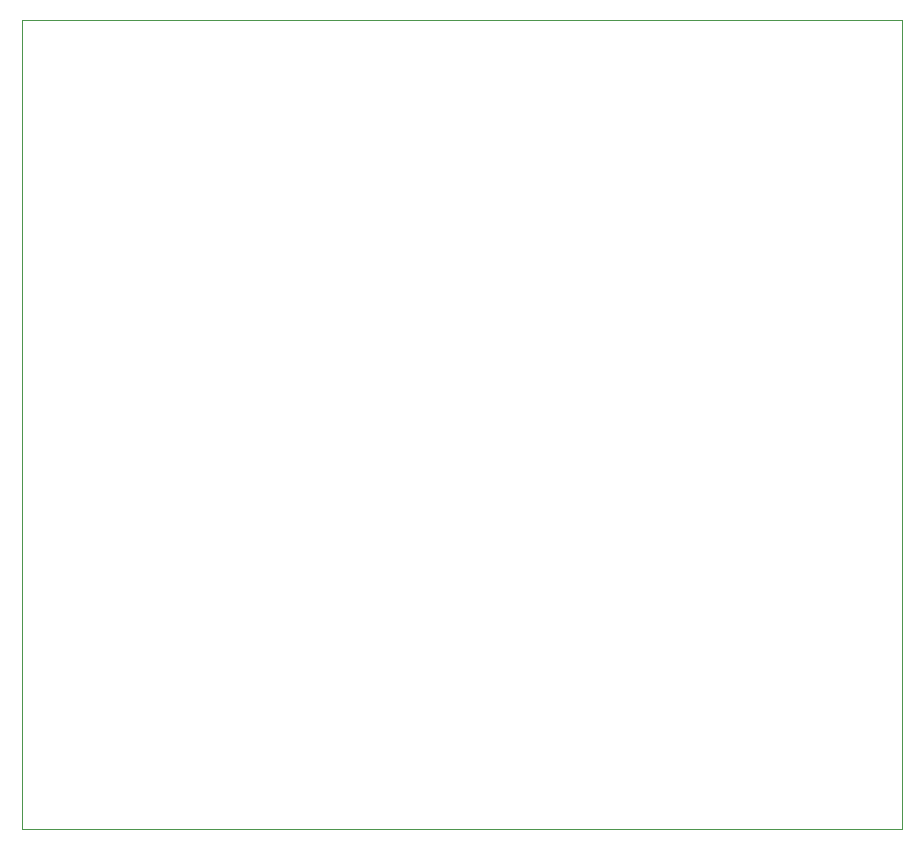
<source format=gbr>
%TF.GenerationSoftware,KiCad,Pcbnew,9.0.7*%
%TF.CreationDate,2026-01-29T19:12:10+02:00*%
%TF.ProjectId,Fab_Lab_Again,4661625f-4c61-4625-9f41-6761696e2e6b,rev?*%
%TF.SameCoordinates,Original*%
%TF.FileFunction,Profile,NP*%
%FSLAX46Y46*%
G04 Gerber Fmt 4.6, Leading zero omitted, Abs format (unit mm)*
G04 Created by KiCad (PCBNEW 9.0.7) date 2026-01-29 19:12:10*
%MOMM*%
%LPD*%
G01*
G04 APERTURE LIST*
%TA.AperFunction,Profile*%
%ADD10C,0.050000*%
%TD*%
G04 APERTURE END LIST*
D10*
X12000000Y74250000D02*
X86500000Y74250000D01*
X86500000Y5750000D01*
X12000000Y5750000D01*
X12000000Y74250000D01*
M02*

</source>
